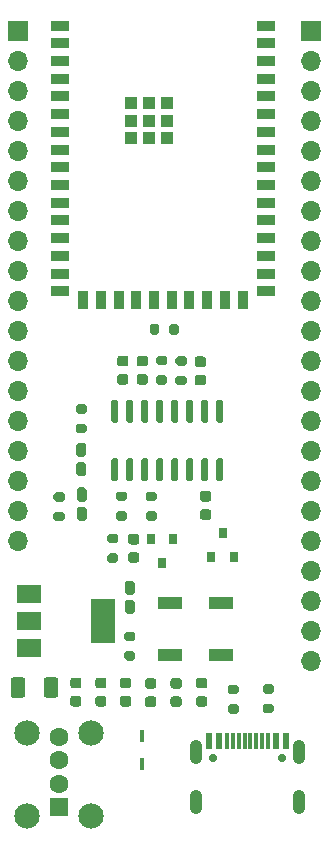
<source format=gbr>
%TF.GenerationSoftware,KiCad,Pcbnew,5.1.9-73d0e3b20d~88~ubuntu20.04.1*%
%TF.CreationDate,2021-03-20T23:28:39+05:30*%
%TF.ProjectId,ESP32-S2,45535033-322d-4533-922e-6b696361645f,rev?*%
%TF.SameCoordinates,Original*%
%TF.FileFunction,Soldermask,Top*%
%TF.FilePolarity,Negative*%
%FSLAX46Y46*%
G04 Gerber Fmt 4.6, Leading zero omitted, Abs format (unit mm)*
G04 Created by KiCad (PCBNEW 5.1.9-73d0e3b20d~88~ubuntu20.04.1) date 2021-03-20 23:28:39*
%MOMM*%
%LPD*%
G01*
G04 APERTURE LIST*
%ADD10R,0.460000X1.040000*%
%ADD11O,1.700000X1.700000*%
%ADD12R,1.700000X1.700000*%
%ADD13R,1.100000X1.100000*%
%ADD14R,1.500000X0.900000*%
%ADD15R,0.900000X1.500000*%
%ADD16C,2.150000*%
%ADD17R,1.600000X1.600000*%
%ADD18C,1.600000*%
%ADD19R,2.000000X1.000000*%
%ADD20R,0.800000X0.900000*%
%ADD21R,2.000000X1.500000*%
%ADD22R,2.000000X3.800000*%
%ADD23C,0.700000*%
%ADD24O,1.050000X2.100000*%
%ADD25R,0.600000X1.450000*%
%ADD26R,0.300000X1.450000*%
G04 APERTURE END LIST*
G36*
G01*
X147786000Y-124315000D02*
X147286000Y-124315000D01*
G75*
G02*
X147061000Y-124090000I0J225000D01*
G01*
X147061000Y-123640000D01*
G75*
G02*
X147286000Y-123415000I225000J0D01*
G01*
X147786000Y-123415000D01*
G75*
G02*
X148011000Y-123640000I0J-225000D01*
G01*
X148011000Y-124090000D01*
G75*
G02*
X147786000Y-124315000I-225000J0D01*
G01*
G37*
G36*
G01*
X147786000Y-125865000D02*
X147286000Y-125865000D01*
G75*
G02*
X147061000Y-125640000I0J225000D01*
G01*
X147061000Y-125190000D01*
G75*
G02*
X147286000Y-124965000I225000J0D01*
G01*
X147786000Y-124965000D01*
G75*
G02*
X148011000Y-125190000I0J-225000D01*
G01*
X148011000Y-125640000D01*
G75*
G02*
X147786000Y-125865000I-225000J0D01*
G01*
G37*
G36*
G01*
X145698000Y-124305000D02*
X145198000Y-124305000D01*
G75*
G02*
X144973000Y-124080000I0J225000D01*
G01*
X144973000Y-123630000D01*
G75*
G02*
X145198000Y-123405000I225000J0D01*
G01*
X145698000Y-123405000D01*
G75*
G02*
X145923000Y-123630000I0J-225000D01*
G01*
X145923000Y-124080000D01*
G75*
G02*
X145698000Y-124305000I-225000J0D01*
G01*
G37*
G36*
G01*
X145698000Y-125855000D02*
X145198000Y-125855000D01*
G75*
G02*
X144973000Y-125630000I0J225000D01*
G01*
X144973000Y-125180000D01*
G75*
G02*
X145198000Y-124955000I225000J0D01*
G01*
X145698000Y-124955000D01*
G75*
G02*
X145923000Y-125180000I0J-225000D01*
G01*
X145923000Y-125630000D01*
G75*
G02*
X145698000Y-125855000I-225000J0D01*
G01*
G37*
D10*
X148900000Y-130690000D03*
X148900000Y-128310000D03*
G36*
G01*
X139050000Y-123625000D02*
X139050000Y-124875000D01*
G75*
G02*
X138800000Y-125125000I-250000J0D01*
G01*
X138050000Y-125125000D01*
G75*
G02*
X137800000Y-124875000I0J250000D01*
G01*
X137800000Y-123625000D01*
G75*
G02*
X138050000Y-123375000I250000J0D01*
G01*
X138800000Y-123375000D01*
G75*
G02*
X139050000Y-123625000I0J-250000D01*
G01*
G37*
G36*
G01*
X141850000Y-123625000D02*
X141850000Y-124875000D01*
G75*
G02*
X141600000Y-125125000I-250000J0D01*
G01*
X140850000Y-125125000D01*
G75*
G02*
X140600000Y-124875000I0J250000D01*
G01*
X140600000Y-123625000D01*
G75*
G02*
X140850000Y-123375000I250000J0D01*
G01*
X141600000Y-123375000D01*
G75*
G02*
X141850000Y-123625000I0J-250000D01*
G01*
G37*
D11*
X163240000Y-122015000D03*
X163240000Y-119475000D03*
X163240000Y-116935000D03*
X163240000Y-114395000D03*
X163240000Y-111855000D03*
X163240000Y-109315000D03*
X163240000Y-106775000D03*
X163240000Y-104235000D03*
X163240000Y-101695000D03*
X163240000Y-99155000D03*
X163240000Y-96615000D03*
X163240000Y-94075000D03*
X163240000Y-91535000D03*
X163240000Y-88995000D03*
X163240000Y-86455000D03*
X163240000Y-83915000D03*
X163240000Y-81375000D03*
X163240000Y-78835000D03*
X163240000Y-76295000D03*
X163240000Y-73755000D03*
X163240000Y-71215000D03*
D12*
X163240000Y-68675000D03*
D13*
X148010000Y-74750000D03*
X149510000Y-74750000D03*
X151010000Y-74750000D03*
X151010000Y-76250000D03*
X151010000Y-77750000D03*
X149510000Y-77750000D03*
X148010000Y-77750000D03*
X148010000Y-76250000D03*
X149510000Y-76250000D03*
D14*
X159450000Y-68200000D03*
X159450000Y-69700000D03*
X159450000Y-71200000D03*
X159450000Y-72700000D03*
X159450000Y-74200000D03*
X159450000Y-75700000D03*
X159450000Y-77200000D03*
X159450000Y-78700000D03*
X159450000Y-80200000D03*
X159450000Y-81700000D03*
X159450000Y-83200000D03*
X159450000Y-84700000D03*
X159450000Y-86200000D03*
X159450000Y-87700000D03*
X159450000Y-89200000D03*
X159450000Y-90700000D03*
D15*
X157450000Y-91450000D03*
X155950000Y-91450000D03*
X154450000Y-91450000D03*
X152950000Y-91450000D03*
X151450000Y-91450000D03*
X149950000Y-91450000D03*
X148450000Y-91450000D03*
X146950000Y-91450000D03*
X145450000Y-91450000D03*
X143950000Y-91450000D03*
D14*
X141950000Y-90700000D03*
X141950000Y-89200000D03*
X141950000Y-87700000D03*
X141950000Y-86200000D03*
X141950000Y-84700000D03*
X141950000Y-83200000D03*
X141950000Y-81700000D03*
X141950000Y-80200000D03*
X141950000Y-78700000D03*
X141950000Y-77200000D03*
X141950000Y-75700000D03*
X141950000Y-74200000D03*
X141950000Y-72700000D03*
X141950000Y-71200000D03*
X141950000Y-69700000D03*
X141950000Y-68200000D03*
G36*
G01*
X155366580Y-104829740D02*
X155666580Y-104829740D01*
G75*
G02*
X155816580Y-104979740I0J-150000D01*
G01*
X155816580Y-106629740D01*
G75*
G02*
X155666580Y-106779740I-150000J0D01*
G01*
X155366580Y-106779740D01*
G75*
G02*
X155216580Y-106629740I0J150000D01*
G01*
X155216580Y-104979740D01*
G75*
G02*
X155366580Y-104829740I150000J0D01*
G01*
G37*
G36*
G01*
X154096580Y-104829740D02*
X154396580Y-104829740D01*
G75*
G02*
X154546580Y-104979740I0J-150000D01*
G01*
X154546580Y-106629740D01*
G75*
G02*
X154396580Y-106779740I-150000J0D01*
G01*
X154096580Y-106779740D01*
G75*
G02*
X153946580Y-106629740I0J150000D01*
G01*
X153946580Y-104979740D01*
G75*
G02*
X154096580Y-104829740I150000J0D01*
G01*
G37*
G36*
G01*
X152826580Y-104829740D02*
X153126580Y-104829740D01*
G75*
G02*
X153276580Y-104979740I0J-150000D01*
G01*
X153276580Y-106629740D01*
G75*
G02*
X153126580Y-106779740I-150000J0D01*
G01*
X152826580Y-106779740D01*
G75*
G02*
X152676580Y-106629740I0J150000D01*
G01*
X152676580Y-104979740D01*
G75*
G02*
X152826580Y-104829740I150000J0D01*
G01*
G37*
G36*
G01*
X151556580Y-104829740D02*
X151856580Y-104829740D01*
G75*
G02*
X152006580Y-104979740I0J-150000D01*
G01*
X152006580Y-106629740D01*
G75*
G02*
X151856580Y-106779740I-150000J0D01*
G01*
X151556580Y-106779740D01*
G75*
G02*
X151406580Y-106629740I0J150000D01*
G01*
X151406580Y-104979740D01*
G75*
G02*
X151556580Y-104829740I150000J0D01*
G01*
G37*
G36*
G01*
X150286580Y-104829740D02*
X150586580Y-104829740D01*
G75*
G02*
X150736580Y-104979740I0J-150000D01*
G01*
X150736580Y-106629740D01*
G75*
G02*
X150586580Y-106779740I-150000J0D01*
G01*
X150286580Y-106779740D01*
G75*
G02*
X150136580Y-106629740I0J150000D01*
G01*
X150136580Y-104979740D01*
G75*
G02*
X150286580Y-104829740I150000J0D01*
G01*
G37*
G36*
G01*
X149016580Y-104829740D02*
X149316580Y-104829740D01*
G75*
G02*
X149466580Y-104979740I0J-150000D01*
G01*
X149466580Y-106629740D01*
G75*
G02*
X149316580Y-106779740I-150000J0D01*
G01*
X149016580Y-106779740D01*
G75*
G02*
X148866580Y-106629740I0J150000D01*
G01*
X148866580Y-104979740D01*
G75*
G02*
X149016580Y-104829740I150000J0D01*
G01*
G37*
G36*
G01*
X147746580Y-104829740D02*
X148046580Y-104829740D01*
G75*
G02*
X148196580Y-104979740I0J-150000D01*
G01*
X148196580Y-106629740D01*
G75*
G02*
X148046580Y-106779740I-150000J0D01*
G01*
X147746580Y-106779740D01*
G75*
G02*
X147596580Y-106629740I0J150000D01*
G01*
X147596580Y-104979740D01*
G75*
G02*
X147746580Y-104829740I150000J0D01*
G01*
G37*
G36*
G01*
X146476580Y-104829740D02*
X146776580Y-104829740D01*
G75*
G02*
X146926580Y-104979740I0J-150000D01*
G01*
X146926580Y-106629740D01*
G75*
G02*
X146776580Y-106779740I-150000J0D01*
G01*
X146476580Y-106779740D01*
G75*
G02*
X146326580Y-106629740I0J150000D01*
G01*
X146326580Y-104979740D01*
G75*
G02*
X146476580Y-104829740I150000J0D01*
G01*
G37*
G36*
G01*
X146476580Y-99879740D02*
X146776580Y-99879740D01*
G75*
G02*
X146926580Y-100029740I0J-150000D01*
G01*
X146926580Y-101679740D01*
G75*
G02*
X146776580Y-101829740I-150000J0D01*
G01*
X146476580Y-101829740D01*
G75*
G02*
X146326580Y-101679740I0J150000D01*
G01*
X146326580Y-100029740D01*
G75*
G02*
X146476580Y-99879740I150000J0D01*
G01*
G37*
G36*
G01*
X147746580Y-99879740D02*
X148046580Y-99879740D01*
G75*
G02*
X148196580Y-100029740I0J-150000D01*
G01*
X148196580Y-101679740D01*
G75*
G02*
X148046580Y-101829740I-150000J0D01*
G01*
X147746580Y-101829740D01*
G75*
G02*
X147596580Y-101679740I0J150000D01*
G01*
X147596580Y-100029740D01*
G75*
G02*
X147746580Y-99879740I150000J0D01*
G01*
G37*
G36*
G01*
X149016580Y-99879740D02*
X149316580Y-99879740D01*
G75*
G02*
X149466580Y-100029740I0J-150000D01*
G01*
X149466580Y-101679740D01*
G75*
G02*
X149316580Y-101829740I-150000J0D01*
G01*
X149016580Y-101829740D01*
G75*
G02*
X148866580Y-101679740I0J150000D01*
G01*
X148866580Y-100029740D01*
G75*
G02*
X149016580Y-99879740I150000J0D01*
G01*
G37*
G36*
G01*
X150286580Y-99879740D02*
X150586580Y-99879740D01*
G75*
G02*
X150736580Y-100029740I0J-150000D01*
G01*
X150736580Y-101679740D01*
G75*
G02*
X150586580Y-101829740I-150000J0D01*
G01*
X150286580Y-101829740D01*
G75*
G02*
X150136580Y-101679740I0J150000D01*
G01*
X150136580Y-100029740D01*
G75*
G02*
X150286580Y-99879740I150000J0D01*
G01*
G37*
G36*
G01*
X151556580Y-99879740D02*
X151856580Y-99879740D01*
G75*
G02*
X152006580Y-100029740I0J-150000D01*
G01*
X152006580Y-101679740D01*
G75*
G02*
X151856580Y-101829740I-150000J0D01*
G01*
X151556580Y-101829740D01*
G75*
G02*
X151406580Y-101679740I0J150000D01*
G01*
X151406580Y-100029740D01*
G75*
G02*
X151556580Y-99879740I150000J0D01*
G01*
G37*
G36*
G01*
X152826580Y-99879740D02*
X153126580Y-99879740D01*
G75*
G02*
X153276580Y-100029740I0J-150000D01*
G01*
X153276580Y-101679740D01*
G75*
G02*
X153126580Y-101829740I-150000J0D01*
G01*
X152826580Y-101829740D01*
G75*
G02*
X152676580Y-101679740I0J150000D01*
G01*
X152676580Y-100029740D01*
G75*
G02*
X152826580Y-99879740I150000J0D01*
G01*
G37*
G36*
G01*
X154096580Y-99879740D02*
X154396580Y-99879740D01*
G75*
G02*
X154546580Y-100029740I0J-150000D01*
G01*
X154546580Y-101679740D01*
G75*
G02*
X154396580Y-101829740I-150000J0D01*
G01*
X154096580Y-101829740D01*
G75*
G02*
X153946580Y-101679740I0J150000D01*
G01*
X153946580Y-100029740D01*
G75*
G02*
X154096580Y-99879740I150000J0D01*
G01*
G37*
G36*
G01*
X155366580Y-99879740D02*
X155666580Y-99879740D01*
G75*
G02*
X155816580Y-100029740I0J-150000D01*
G01*
X155816580Y-101679740D01*
G75*
G02*
X155666580Y-101829740I-150000J0D01*
G01*
X155366580Y-101829740D01*
G75*
G02*
X155216580Y-101679740I0J150000D01*
G01*
X155216580Y-100029740D01*
G75*
G02*
X155366580Y-99879740I150000J0D01*
G01*
G37*
G36*
G01*
X154060000Y-109155000D02*
X154560000Y-109155000D01*
G75*
G02*
X154785000Y-109380000I0J-225000D01*
G01*
X154785000Y-109830000D01*
G75*
G02*
X154560000Y-110055000I-225000J0D01*
G01*
X154060000Y-110055000D01*
G75*
G02*
X153835000Y-109830000I0J225000D01*
G01*
X153835000Y-109380000D01*
G75*
G02*
X154060000Y-109155000I225000J0D01*
G01*
G37*
G36*
G01*
X154060000Y-107605000D02*
X154560000Y-107605000D01*
G75*
G02*
X154785000Y-107830000I0J-225000D01*
G01*
X154785000Y-108280000D01*
G75*
G02*
X154560000Y-108505000I-225000J0D01*
G01*
X154060000Y-108505000D01*
G75*
G02*
X153835000Y-108280000I0J225000D01*
G01*
X153835000Y-107830000D01*
G75*
G02*
X154060000Y-107605000I225000J0D01*
G01*
G37*
D16*
X139180000Y-135130000D03*
X139180000Y-128130000D03*
X144620000Y-128130000D03*
X144620000Y-135130000D03*
D17*
X141900000Y-134400000D03*
D18*
X141900000Y-132400000D03*
X141900000Y-130400000D03*
X141900000Y-128400000D03*
D19*
X155610000Y-117090000D03*
X155610000Y-121490000D03*
X151300000Y-117070000D03*
X151300000Y-121470000D03*
D20*
X150599140Y-113687100D03*
X149649140Y-111687100D03*
X151549140Y-111687100D03*
G36*
G01*
X149435000Y-109325000D02*
X149985000Y-109325000D01*
G75*
G02*
X150185000Y-109525000I0J-200000D01*
G01*
X150185000Y-109925000D01*
G75*
G02*
X149985000Y-110125000I-200000J0D01*
G01*
X149435000Y-110125000D01*
G75*
G02*
X149235000Y-109925000I0J200000D01*
G01*
X149235000Y-109525000D01*
G75*
G02*
X149435000Y-109325000I200000J0D01*
G01*
G37*
G36*
G01*
X149435000Y-107675000D02*
X149985000Y-107675000D01*
G75*
G02*
X150185000Y-107875000I0J-200000D01*
G01*
X150185000Y-108275000D01*
G75*
G02*
X149985000Y-108475000I-200000J0D01*
G01*
X149435000Y-108475000D01*
G75*
G02*
X149235000Y-108275000I0J200000D01*
G01*
X149235000Y-107875000D01*
G75*
G02*
X149435000Y-107675000I200000J0D01*
G01*
G37*
G36*
G01*
X147625000Y-121165000D02*
X148175000Y-121165000D01*
G75*
G02*
X148375000Y-121365000I0J-200000D01*
G01*
X148375000Y-121765000D01*
G75*
G02*
X148175000Y-121965000I-200000J0D01*
G01*
X147625000Y-121965000D01*
G75*
G02*
X147425000Y-121765000I0J200000D01*
G01*
X147425000Y-121365000D01*
G75*
G02*
X147625000Y-121165000I200000J0D01*
G01*
G37*
G36*
G01*
X147625000Y-119515000D02*
X148175000Y-119515000D01*
G75*
G02*
X148375000Y-119715000I0J-200000D01*
G01*
X148375000Y-120115000D01*
G75*
G02*
X148175000Y-120315000I-200000J0D01*
G01*
X147625000Y-120315000D01*
G75*
G02*
X147425000Y-120115000I0J200000D01*
G01*
X147425000Y-119715000D01*
G75*
G02*
X147625000Y-119515000I200000J0D01*
G01*
G37*
D11*
X138450000Y-111855000D03*
X138450000Y-109315000D03*
X138450000Y-106775000D03*
X138450000Y-104235000D03*
X138450000Y-101695000D03*
X138450000Y-99155000D03*
X138450000Y-96615000D03*
X138450000Y-94075000D03*
X138450000Y-91535000D03*
X138450000Y-88995000D03*
X138450000Y-86455000D03*
X138450000Y-83915000D03*
X138450000Y-81375000D03*
X138450000Y-78835000D03*
X138450000Y-76295000D03*
X138450000Y-73755000D03*
X138450000Y-71215000D03*
D12*
X138450000Y-68675000D03*
G36*
G01*
X148102500Y-116410000D02*
X147677500Y-116410000D01*
G75*
G02*
X147465000Y-116197500I0J212500D01*
G01*
X147465000Y-115397500D01*
G75*
G02*
X147677500Y-115185000I212500J0D01*
G01*
X148102500Y-115185000D01*
G75*
G02*
X148315000Y-115397500I0J-212500D01*
G01*
X148315000Y-116197500D01*
G75*
G02*
X148102500Y-116410000I-212500J0D01*
G01*
G37*
G36*
G01*
X148102500Y-118035000D02*
X147677500Y-118035000D01*
G75*
G02*
X147465000Y-117822500I0J212500D01*
G01*
X147465000Y-117022500D01*
G75*
G02*
X147677500Y-116810000I212500J0D01*
G01*
X148102500Y-116810000D01*
G75*
G02*
X148315000Y-117022500I0J-212500D01*
G01*
X148315000Y-117822500D01*
G75*
G02*
X148102500Y-118035000I-212500J0D01*
G01*
G37*
G36*
G01*
X149909000Y-124350000D02*
X149409000Y-124350000D01*
G75*
G02*
X149184000Y-124125000I0J225000D01*
G01*
X149184000Y-123675000D01*
G75*
G02*
X149409000Y-123450000I225000J0D01*
G01*
X149909000Y-123450000D01*
G75*
G02*
X150134000Y-123675000I0J-225000D01*
G01*
X150134000Y-124125000D01*
G75*
G02*
X149909000Y-124350000I-225000J0D01*
G01*
G37*
G36*
G01*
X149909000Y-125900000D02*
X149409000Y-125900000D01*
G75*
G02*
X149184000Y-125675000I0J225000D01*
G01*
X149184000Y-125225000D01*
G75*
G02*
X149409000Y-125000000I225000J0D01*
G01*
X149909000Y-125000000D01*
G75*
G02*
X150134000Y-125225000I0J-225000D01*
G01*
X150134000Y-125675000D01*
G75*
G02*
X149909000Y-125900000I-225000J0D01*
G01*
G37*
G36*
G01*
X148466620Y-112136040D02*
X147966620Y-112136040D01*
G75*
G02*
X147741620Y-111911040I0J225000D01*
G01*
X147741620Y-111461040D01*
G75*
G02*
X147966620Y-111236040I225000J0D01*
G01*
X148466620Y-111236040D01*
G75*
G02*
X148691620Y-111461040I0J-225000D01*
G01*
X148691620Y-111911040D01*
G75*
G02*
X148466620Y-112136040I-225000J0D01*
G01*
G37*
G36*
G01*
X148466620Y-113686040D02*
X147966620Y-113686040D01*
G75*
G02*
X147741620Y-113461040I0J225000D01*
G01*
X147741620Y-113011040D01*
G75*
G02*
X147966620Y-112786040I225000J0D01*
G01*
X148466620Y-112786040D01*
G75*
G02*
X148691620Y-113011040I0J-225000D01*
G01*
X148691620Y-113461040D01*
G75*
G02*
X148466620Y-113686040I-225000J0D01*
G01*
G37*
G36*
G01*
X148710000Y-97705000D02*
X149210000Y-97705000D01*
G75*
G02*
X149435000Y-97930000I0J-225000D01*
G01*
X149435000Y-98380000D01*
G75*
G02*
X149210000Y-98605000I-225000J0D01*
G01*
X148710000Y-98605000D01*
G75*
G02*
X148485000Y-98380000I0J225000D01*
G01*
X148485000Y-97930000D01*
G75*
G02*
X148710000Y-97705000I225000J0D01*
G01*
G37*
G36*
G01*
X148710000Y-96155000D02*
X149210000Y-96155000D01*
G75*
G02*
X149435000Y-96380000I0J-225000D01*
G01*
X149435000Y-96830000D01*
G75*
G02*
X149210000Y-97055000I-225000J0D01*
G01*
X148710000Y-97055000D01*
G75*
G02*
X148485000Y-96830000I0J225000D01*
G01*
X148485000Y-96380000D01*
G75*
G02*
X148710000Y-96155000I225000J0D01*
G01*
G37*
G36*
G01*
X154120000Y-97115000D02*
X153620000Y-97115000D01*
G75*
G02*
X153395000Y-96890000I0J225000D01*
G01*
X153395000Y-96440000D01*
G75*
G02*
X153620000Y-96215000I225000J0D01*
G01*
X154120000Y-96215000D01*
G75*
G02*
X154345000Y-96440000I0J-225000D01*
G01*
X154345000Y-96890000D01*
G75*
G02*
X154120000Y-97115000I-225000J0D01*
G01*
G37*
G36*
G01*
X154120000Y-98665000D02*
X153620000Y-98665000D01*
G75*
G02*
X153395000Y-98440000I0J225000D01*
G01*
X153395000Y-97990000D01*
G75*
G02*
X153620000Y-97765000I225000J0D01*
G01*
X154120000Y-97765000D01*
G75*
G02*
X154345000Y-97990000I0J-225000D01*
G01*
X154345000Y-98440000D01*
G75*
G02*
X154120000Y-98665000I-225000J0D01*
G01*
G37*
G36*
G01*
X141635000Y-109365000D02*
X142185000Y-109365000D01*
G75*
G02*
X142385000Y-109565000I0J-200000D01*
G01*
X142385000Y-109965000D01*
G75*
G02*
X142185000Y-110165000I-200000J0D01*
G01*
X141635000Y-110165000D01*
G75*
G02*
X141435000Y-109965000I0J200000D01*
G01*
X141435000Y-109565000D01*
G75*
G02*
X141635000Y-109365000I200000J0D01*
G01*
G37*
G36*
G01*
X141635000Y-107715000D02*
X142185000Y-107715000D01*
G75*
G02*
X142385000Y-107915000I0J-200000D01*
G01*
X142385000Y-108315000D01*
G75*
G02*
X142185000Y-108515000I-200000J0D01*
G01*
X141635000Y-108515000D01*
G75*
G02*
X141435000Y-108315000I0J200000D01*
G01*
X141435000Y-107915000D01*
G75*
G02*
X141635000Y-107715000I200000J0D01*
G01*
G37*
G36*
G01*
X156925000Y-124815000D02*
X156375000Y-124815000D01*
G75*
G02*
X156175000Y-124615000I0J200000D01*
G01*
X156175000Y-124215000D01*
G75*
G02*
X156375000Y-124015000I200000J0D01*
G01*
X156925000Y-124015000D01*
G75*
G02*
X157125000Y-124215000I0J-200000D01*
G01*
X157125000Y-124615000D01*
G75*
G02*
X156925000Y-124815000I-200000J0D01*
G01*
G37*
G36*
G01*
X156925000Y-126465000D02*
X156375000Y-126465000D01*
G75*
G02*
X156175000Y-126265000I0J200000D01*
G01*
X156175000Y-125865000D01*
G75*
G02*
X156375000Y-125665000I200000J0D01*
G01*
X156925000Y-125665000D01*
G75*
G02*
X157125000Y-125865000I0J-200000D01*
G01*
X157125000Y-126265000D01*
G75*
G02*
X156925000Y-126465000I-200000J0D01*
G01*
G37*
G36*
G01*
X143992500Y-104740000D02*
X143567500Y-104740000D01*
G75*
G02*
X143355000Y-104527500I0J212500D01*
G01*
X143355000Y-103727500D01*
G75*
G02*
X143567500Y-103515000I212500J0D01*
G01*
X143992500Y-103515000D01*
G75*
G02*
X144205000Y-103727500I0J-212500D01*
G01*
X144205000Y-104527500D01*
G75*
G02*
X143992500Y-104740000I-212500J0D01*
G01*
G37*
G36*
G01*
X143992500Y-106365000D02*
X143567500Y-106365000D01*
G75*
G02*
X143355000Y-106152500I0J212500D01*
G01*
X143355000Y-105352500D01*
G75*
G02*
X143567500Y-105140000I212500J0D01*
G01*
X143992500Y-105140000D01*
G75*
G02*
X144205000Y-105352500I0J-212500D01*
G01*
X144205000Y-106152500D01*
G75*
G02*
X143992500Y-106365000I-212500J0D01*
G01*
G37*
G36*
G01*
X159895000Y-124755000D02*
X159345000Y-124755000D01*
G75*
G02*
X159145000Y-124555000I0J200000D01*
G01*
X159145000Y-124155000D01*
G75*
G02*
X159345000Y-123955000I200000J0D01*
G01*
X159895000Y-123955000D01*
G75*
G02*
X160095000Y-124155000I0J-200000D01*
G01*
X160095000Y-124555000D01*
G75*
G02*
X159895000Y-124755000I-200000J0D01*
G01*
G37*
G36*
G01*
X159895000Y-126405000D02*
X159345000Y-126405000D01*
G75*
G02*
X159145000Y-126205000I0J200000D01*
G01*
X159145000Y-125805000D01*
G75*
G02*
X159345000Y-125605000I200000J0D01*
G01*
X159895000Y-125605000D01*
G75*
G02*
X160095000Y-125805000I0J-200000D01*
G01*
X160095000Y-126205000D01*
G75*
G02*
X159895000Y-126405000I-200000J0D01*
G01*
G37*
G36*
G01*
X143617500Y-108930000D02*
X144042500Y-108930000D01*
G75*
G02*
X144255000Y-109142500I0J-212500D01*
G01*
X144255000Y-109942500D01*
G75*
G02*
X144042500Y-110155000I-212500J0D01*
G01*
X143617500Y-110155000D01*
G75*
G02*
X143405000Y-109942500I0J212500D01*
G01*
X143405000Y-109142500D01*
G75*
G02*
X143617500Y-108930000I212500J0D01*
G01*
G37*
G36*
G01*
X143617500Y-107305000D02*
X144042500Y-107305000D01*
G75*
G02*
X144255000Y-107517500I0J-212500D01*
G01*
X144255000Y-108317500D01*
G75*
G02*
X144042500Y-108530000I-212500J0D01*
G01*
X143617500Y-108530000D01*
G75*
G02*
X143405000Y-108317500I0J212500D01*
G01*
X143405000Y-107517500D01*
G75*
G02*
X143617500Y-107305000I212500J0D01*
G01*
G37*
G36*
G01*
X151242580Y-94194040D02*
X151242580Y-93644040D01*
G75*
G02*
X151442580Y-93444040I200000J0D01*
G01*
X151842580Y-93444040D01*
G75*
G02*
X152042580Y-93644040I0J-200000D01*
G01*
X152042580Y-94194040D01*
G75*
G02*
X151842580Y-94394040I-200000J0D01*
G01*
X151442580Y-94394040D01*
G75*
G02*
X151242580Y-94194040I0J200000D01*
G01*
G37*
G36*
G01*
X149592580Y-94194040D02*
X149592580Y-93644040D01*
G75*
G02*
X149792580Y-93444040I200000J0D01*
G01*
X150192580Y-93444040D01*
G75*
G02*
X150392580Y-93644040I0J-200000D01*
G01*
X150392580Y-94194040D01*
G75*
G02*
X150192580Y-94394040I-200000J0D01*
G01*
X149792580Y-94394040D01*
G75*
G02*
X149592580Y-94194040I0J200000D01*
G01*
G37*
G36*
G01*
X146182380Y-112896840D02*
X146732380Y-112896840D01*
G75*
G02*
X146932380Y-113096840I0J-200000D01*
G01*
X146932380Y-113496840D01*
G75*
G02*
X146732380Y-113696840I-200000J0D01*
G01*
X146182380Y-113696840D01*
G75*
G02*
X145982380Y-113496840I0J200000D01*
G01*
X145982380Y-113096840D01*
G75*
G02*
X146182380Y-112896840I200000J0D01*
G01*
G37*
G36*
G01*
X146182380Y-111246840D02*
X146732380Y-111246840D01*
G75*
G02*
X146932380Y-111446840I0J-200000D01*
G01*
X146932380Y-111846840D01*
G75*
G02*
X146732380Y-112046840I-200000J0D01*
G01*
X146182380Y-112046840D01*
G75*
G02*
X145982380Y-111846840I0J200000D01*
G01*
X145982380Y-111446840D01*
G75*
G02*
X146182380Y-111246840I200000J0D01*
G01*
G37*
D21*
X139330000Y-116340000D03*
X139330000Y-120940000D03*
X139330000Y-118640000D03*
D22*
X145630000Y-118640000D03*
G36*
G01*
X150867620Y-98605680D02*
X150317620Y-98605680D01*
G75*
G02*
X150117620Y-98405680I0J200000D01*
G01*
X150117620Y-98005680D01*
G75*
G02*
X150317620Y-97805680I200000J0D01*
G01*
X150867620Y-97805680D01*
G75*
G02*
X151067620Y-98005680I0J-200000D01*
G01*
X151067620Y-98405680D01*
G75*
G02*
X150867620Y-98605680I-200000J0D01*
G01*
G37*
G36*
G01*
X150867620Y-96955680D02*
X150317620Y-96955680D01*
G75*
G02*
X150117620Y-96755680I0J200000D01*
G01*
X150117620Y-96355680D01*
G75*
G02*
X150317620Y-96155680I200000J0D01*
G01*
X150867620Y-96155680D01*
G75*
G02*
X151067620Y-96355680I0J-200000D01*
G01*
X151067620Y-96755680D01*
G75*
G02*
X150867620Y-96955680I-200000J0D01*
G01*
G37*
D20*
X155760000Y-111190000D03*
X156710000Y-113190000D03*
X154810000Y-113190000D03*
G36*
G01*
X143525000Y-101915000D02*
X144075000Y-101915000D01*
G75*
G02*
X144275000Y-102115000I0J-200000D01*
G01*
X144275000Y-102515000D01*
G75*
G02*
X144075000Y-102715000I-200000J0D01*
G01*
X143525000Y-102715000D01*
G75*
G02*
X143325000Y-102515000I0J200000D01*
G01*
X143325000Y-102115000D01*
G75*
G02*
X143525000Y-101915000I200000J0D01*
G01*
G37*
G36*
G01*
X143525000Y-100265000D02*
X144075000Y-100265000D01*
G75*
G02*
X144275000Y-100465000I0J-200000D01*
G01*
X144275000Y-100865000D01*
G75*
G02*
X144075000Y-101065000I-200000J0D01*
G01*
X143525000Y-101065000D01*
G75*
G02*
X143325000Y-100865000I0J200000D01*
G01*
X143325000Y-100465000D01*
G75*
G02*
X143525000Y-100265000I200000J0D01*
G01*
G37*
G36*
G01*
X151965000Y-97845000D02*
X152515000Y-97845000D01*
G75*
G02*
X152715000Y-98045000I0J-200000D01*
G01*
X152715000Y-98445000D01*
G75*
G02*
X152515000Y-98645000I-200000J0D01*
G01*
X151965000Y-98645000D01*
G75*
G02*
X151765000Y-98445000I0J200000D01*
G01*
X151765000Y-98045000D01*
G75*
G02*
X151965000Y-97845000I200000J0D01*
G01*
G37*
G36*
G01*
X151965000Y-96195000D02*
X152515000Y-96195000D01*
G75*
G02*
X152715000Y-96395000I0J-200000D01*
G01*
X152715000Y-96795000D01*
G75*
G02*
X152515000Y-96995000I-200000J0D01*
G01*
X151965000Y-96995000D01*
G75*
G02*
X151765000Y-96795000I0J200000D01*
G01*
X151765000Y-96395000D01*
G75*
G02*
X151965000Y-96195000I200000J0D01*
G01*
G37*
G36*
G01*
X147550000Y-97055000D02*
X147050000Y-97055000D01*
G75*
G02*
X146825000Y-96830000I0J225000D01*
G01*
X146825000Y-96380000D01*
G75*
G02*
X147050000Y-96155000I225000J0D01*
G01*
X147550000Y-96155000D01*
G75*
G02*
X147775000Y-96380000I0J-225000D01*
G01*
X147775000Y-96830000D01*
G75*
G02*
X147550000Y-97055000I-225000J0D01*
G01*
G37*
G36*
G01*
X147550000Y-98605000D02*
X147050000Y-98605000D01*
G75*
G02*
X146825000Y-98380000I0J225000D01*
G01*
X146825000Y-97930000D01*
G75*
G02*
X147050000Y-97705000I225000J0D01*
G01*
X147550000Y-97705000D01*
G75*
G02*
X147775000Y-97930000I0J-225000D01*
G01*
X147775000Y-98380000D01*
G75*
G02*
X147550000Y-98605000I-225000J0D01*
G01*
G37*
G36*
G01*
X153725000Y-124975000D02*
X154225000Y-124975000D01*
G75*
G02*
X154450000Y-125200000I0J-225000D01*
G01*
X154450000Y-125650000D01*
G75*
G02*
X154225000Y-125875000I-225000J0D01*
G01*
X153725000Y-125875000D01*
G75*
G02*
X153500000Y-125650000I0J225000D01*
G01*
X153500000Y-125200000D01*
G75*
G02*
X153725000Y-124975000I225000J0D01*
G01*
G37*
G36*
G01*
X153725000Y-123425000D02*
X154225000Y-123425000D01*
G75*
G02*
X154450000Y-123650000I0J-225000D01*
G01*
X154450000Y-124100000D01*
G75*
G02*
X154225000Y-124325000I-225000J0D01*
G01*
X153725000Y-124325000D01*
G75*
G02*
X153500000Y-124100000I0J225000D01*
G01*
X153500000Y-123650000D01*
G75*
G02*
X153725000Y-123425000I225000J0D01*
G01*
G37*
G36*
G01*
X151567000Y-125000000D02*
X152067000Y-125000000D01*
G75*
G02*
X152292000Y-125225000I0J-225000D01*
G01*
X152292000Y-125675000D01*
G75*
G02*
X152067000Y-125900000I-225000J0D01*
G01*
X151567000Y-125900000D01*
G75*
G02*
X151342000Y-125675000I0J225000D01*
G01*
X151342000Y-125225000D01*
G75*
G02*
X151567000Y-125000000I225000J0D01*
G01*
G37*
G36*
G01*
X151567000Y-123450000D02*
X152067000Y-123450000D01*
G75*
G02*
X152292000Y-123675000I0J-225000D01*
G01*
X152292000Y-124125000D01*
G75*
G02*
X152067000Y-124350000I-225000J0D01*
G01*
X151567000Y-124350000D01*
G75*
G02*
X151342000Y-124125000I0J225000D01*
G01*
X151342000Y-123675000D01*
G75*
G02*
X151567000Y-123450000I225000J0D01*
G01*
G37*
G36*
G01*
X143575000Y-124305000D02*
X143075000Y-124305000D01*
G75*
G02*
X142850000Y-124080000I0J225000D01*
G01*
X142850000Y-123630000D01*
G75*
G02*
X143075000Y-123405000I225000J0D01*
G01*
X143575000Y-123405000D01*
G75*
G02*
X143800000Y-123630000I0J-225000D01*
G01*
X143800000Y-124080000D01*
G75*
G02*
X143575000Y-124305000I-225000J0D01*
G01*
G37*
G36*
G01*
X143575000Y-125855000D02*
X143075000Y-125855000D01*
G75*
G02*
X142850000Y-125630000I0J225000D01*
G01*
X142850000Y-125180000D01*
G75*
G02*
X143075000Y-124955000I225000J0D01*
G01*
X143575000Y-124955000D01*
G75*
G02*
X143800000Y-125180000I0J-225000D01*
G01*
X143800000Y-125630000D01*
G75*
G02*
X143575000Y-125855000I-225000J0D01*
G01*
G37*
G36*
G01*
X146905000Y-109305000D02*
X147455000Y-109305000D01*
G75*
G02*
X147655000Y-109505000I0J-200000D01*
G01*
X147655000Y-109905000D01*
G75*
G02*
X147455000Y-110105000I-200000J0D01*
G01*
X146905000Y-110105000D01*
G75*
G02*
X146705000Y-109905000I0J200000D01*
G01*
X146705000Y-109505000D01*
G75*
G02*
X146905000Y-109305000I200000J0D01*
G01*
G37*
G36*
G01*
X146905000Y-107655000D02*
X147455000Y-107655000D01*
G75*
G02*
X147655000Y-107855000I0J-200000D01*
G01*
X147655000Y-108255000D01*
G75*
G02*
X147455000Y-108455000I-200000J0D01*
G01*
X146905000Y-108455000D01*
G75*
G02*
X146705000Y-108255000I0J200000D01*
G01*
X146705000Y-107855000D01*
G75*
G02*
X146905000Y-107655000I200000J0D01*
G01*
G37*
D23*
X160750000Y-130250000D03*
X154970000Y-130250000D03*
D24*
X162180000Y-133900000D03*
X153540000Y-133900000D03*
X162180000Y-129720000D03*
X153540000Y-129720000D03*
D25*
X161110000Y-128805000D03*
X160310000Y-128805000D03*
D26*
X159610000Y-128805000D03*
X159110000Y-128805000D03*
X158610000Y-128805000D03*
X158110000Y-128805000D03*
X156110000Y-128805000D03*
X156610000Y-128805000D03*
X157110000Y-128805000D03*
X157610000Y-128805000D03*
D25*
X155410000Y-128805000D03*
X154610000Y-128805000D03*
M02*

</source>
